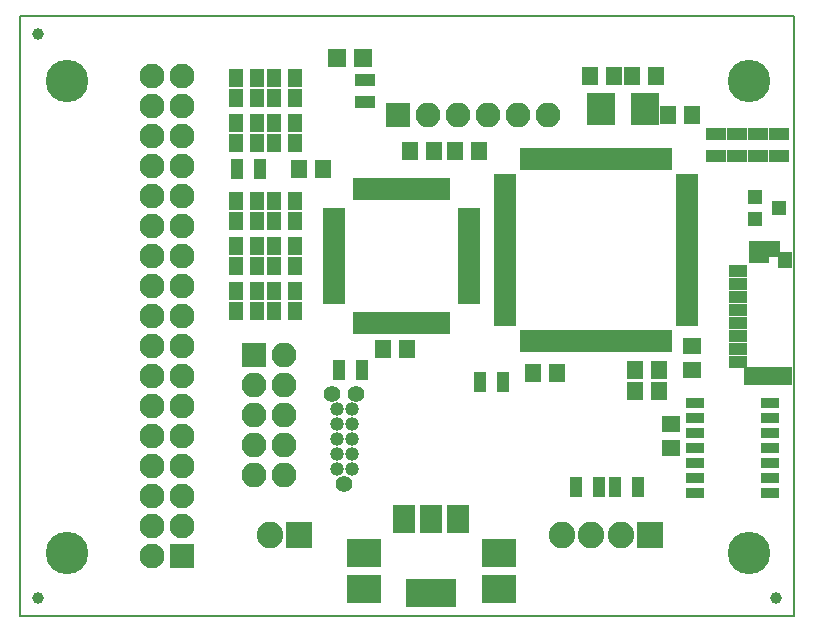
<source format=gbr>
G04 #@! TF.FileFunction,Soldermask,Top*
%FSLAX46Y46*%
G04 Gerber Fmt 4.6, Leading zero omitted, Abs format (unit mm)*
G04 Created by KiCad (PCBNEW 4.0.7) date 05/03/18 17:06:33*
%MOMM*%
%LPD*%
G01*
G04 APERTURE LIST*
%ADD10C,0.100000*%
%ADD11C,0.150000*%
%ADD12R,2.400000X2.800000*%
%ADD13C,3.600000*%
%ADD14R,2.900000X2.350000*%
%ADD15R,1.400000X1.650000*%
%ADD16R,1.650000X1.400000*%
%ADD17R,1.600000X1.600000*%
%ADD18R,1.900000X0.950000*%
%ADD19R,0.950000X1.900000*%
%ADD20R,1.300000X1.200000*%
%ADD21R,1.100000X1.700000*%
%ADD22R,1.700000X1.100000*%
%ADD23R,4.200000X2.400000*%
%ADD24R,1.900000X2.400000*%
%ADD25R,1.543000X0.908000*%
%ADD26R,1.650000X1.000000*%
%ADD27R,4.190000X1.600000*%
%ADD28R,1.800000X1.850000*%
%ADD29R,1.000000X1.400000*%
%ADD30R,1.250000X1.350000*%
%ADD31R,1.900000X0.700000*%
%ADD32R,0.700000X1.900000*%
%ADD33C,1.000000*%
%ADD34R,2.100000X2.100000*%
%ADD35O,2.100000X2.100000*%
%ADD36C,1.390600*%
%ADD37C,1.187400*%
%ADD38R,1.200000X0.900000*%
%ADD39R,1.200000X0.800000*%
%ADD40R,2.250000X2.250000*%
%ADD41C,2.250000*%
%ADD42C,2.100000*%
G04 APERTURE END LIST*
D10*
D11*
X84836000Y-117856000D02*
X84836000Y-67056000D01*
X150368000Y-117856000D02*
X84836000Y-117856000D01*
X150368000Y-67056000D02*
X150368000Y-117856000D01*
X84836000Y-67056000D02*
X150368000Y-67056000D01*
D12*
X134040000Y-74930000D03*
X137740000Y-74930000D03*
D13*
X88773000Y-112522000D03*
X146558000Y-112522000D03*
D14*
X113919000Y-112521000D03*
X113919000Y-115571000D03*
X125349000Y-112521000D03*
X125349000Y-115571000D03*
D15*
X108474000Y-80010000D03*
X110474000Y-80010000D03*
X123682000Y-78486000D03*
X121682000Y-78486000D03*
X117586000Y-95250000D03*
X115586000Y-95250000D03*
X117872000Y-78486000D03*
X119872000Y-78486000D03*
X138922000Y-98806000D03*
X136922000Y-98806000D03*
X128286000Y-97282000D03*
X130286000Y-97282000D03*
X141716000Y-75438000D03*
X139716000Y-75438000D03*
X133112000Y-72136000D03*
X135112000Y-72136000D03*
X138668000Y-72136000D03*
X136668000Y-72136000D03*
X136922000Y-97028000D03*
X138922000Y-97028000D03*
D16*
X139954000Y-101616000D03*
X139954000Y-103616000D03*
D17*
X111676000Y-70612000D03*
X113876000Y-70612000D03*
D18*
X141304000Y-92868000D03*
X141304000Y-92068000D03*
X141304000Y-91268000D03*
X141304000Y-90468000D03*
X141304000Y-89668000D03*
X141304000Y-88868000D03*
X141304000Y-88068000D03*
X141304000Y-87268000D03*
X141304000Y-86468000D03*
X141304000Y-85668000D03*
X141304000Y-84868000D03*
X141304000Y-84068000D03*
X141304000Y-83268000D03*
X141304000Y-82468000D03*
X141304000Y-81668000D03*
X141304000Y-80868000D03*
D19*
X139604000Y-79168000D03*
X138804000Y-79168000D03*
X138004000Y-79168000D03*
X137204000Y-79168000D03*
X136404000Y-79168000D03*
X135604000Y-79168000D03*
X134804000Y-79168000D03*
X134004000Y-79168000D03*
X133204000Y-79168000D03*
X132404000Y-79168000D03*
X131604000Y-79168000D03*
X130804000Y-79168000D03*
X130004000Y-79168000D03*
X129204000Y-79168000D03*
X128404000Y-79168000D03*
X127604000Y-79168000D03*
D18*
X125904000Y-80868000D03*
X125904000Y-81668000D03*
X125904000Y-82468000D03*
X125904000Y-83268000D03*
X125904000Y-84068000D03*
X125904000Y-84868000D03*
X125904000Y-85668000D03*
X125904000Y-86468000D03*
X125904000Y-87268000D03*
X125904000Y-88068000D03*
X125904000Y-88868000D03*
X125904000Y-89668000D03*
X125904000Y-90468000D03*
X125904000Y-91268000D03*
X125904000Y-92068000D03*
X125904000Y-92868000D03*
D19*
X127604000Y-94568000D03*
X128404000Y-94568000D03*
X129204000Y-94568000D03*
X130004000Y-94568000D03*
X130804000Y-94568000D03*
X131604000Y-94568000D03*
X132404000Y-94568000D03*
X133204000Y-94568000D03*
X134004000Y-94568000D03*
X134804000Y-94568000D03*
X135604000Y-94568000D03*
X136404000Y-94568000D03*
X137204000Y-94568000D03*
X138004000Y-94568000D03*
X138804000Y-94568000D03*
X139604000Y-94568000D03*
D20*
X147082000Y-82362000D03*
X147082000Y-84262000D03*
X149082000Y-83312000D03*
D21*
X105090000Y-80010000D03*
X103190000Y-80010000D03*
D22*
X114046000Y-74356000D03*
X114046000Y-72456000D03*
D21*
X113726000Y-97028000D03*
X111826000Y-97028000D03*
D22*
X143764000Y-77028000D03*
X143764000Y-78928000D03*
X147320000Y-77028000D03*
X147320000Y-78928000D03*
X149098000Y-77028000D03*
X149098000Y-78928000D03*
X145542000Y-77028000D03*
X145542000Y-78928000D03*
D23*
X119634000Y-115926000D03*
D24*
X119634000Y-109626000D03*
X117334000Y-109626000D03*
X121934000Y-109626000D03*
D25*
X141986000Y-99822000D03*
X141986000Y-101092000D03*
X141986000Y-102362000D03*
X141986000Y-103632000D03*
X141986000Y-104902000D03*
X141986000Y-106172000D03*
X141986000Y-107442000D03*
X148336000Y-107442000D03*
X148336000Y-106172000D03*
X148336000Y-103632000D03*
X148336000Y-102362000D03*
X148336000Y-101092000D03*
X148336000Y-99822000D03*
X148336000Y-104902000D03*
D13*
X146558000Y-72517000D03*
X88773000Y-72517000D03*
D26*
X145622800Y-88641600D03*
X145622800Y-89741600D03*
X145622800Y-90841600D03*
X145622800Y-91941600D03*
X145622800Y-93041600D03*
X145622800Y-94141600D03*
X145622800Y-95241600D03*
X145622800Y-96341600D03*
D27*
X148122800Y-97491600D03*
D28*
X147372800Y-87016600D03*
D29*
X148622800Y-86791600D03*
D30*
X149597800Y-87716600D03*
D31*
X111394000Y-83626000D03*
X111394000Y-84126000D03*
X111394000Y-84626000D03*
X111394000Y-85126000D03*
X111394000Y-85626000D03*
X111394000Y-86126000D03*
X111394000Y-86626000D03*
X111394000Y-87126000D03*
X111394000Y-87626000D03*
X111394000Y-88126000D03*
X111394000Y-88626000D03*
X111394000Y-89126000D03*
X111394000Y-89626000D03*
X111394000Y-90126000D03*
X111394000Y-90626000D03*
X111394000Y-91126000D03*
D32*
X113344000Y-93076000D03*
X113844000Y-93076000D03*
X114344000Y-93076000D03*
X114844000Y-93076000D03*
X115344000Y-93076000D03*
X115844000Y-93076000D03*
X116344000Y-93076000D03*
X116844000Y-93076000D03*
X117344000Y-93076000D03*
X117844000Y-93076000D03*
X118344000Y-93076000D03*
X118844000Y-93076000D03*
X119344000Y-93076000D03*
X119844000Y-93076000D03*
X120344000Y-93076000D03*
X120844000Y-93076000D03*
D31*
X122794000Y-91126000D03*
X122794000Y-90626000D03*
X122794000Y-90126000D03*
X122794000Y-89626000D03*
X122794000Y-89126000D03*
X122794000Y-88626000D03*
X122794000Y-88126000D03*
X122794000Y-87626000D03*
X122794000Y-87126000D03*
X122794000Y-86626000D03*
X122794000Y-86126000D03*
X122794000Y-85626000D03*
X122794000Y-85126000D03*
X122794000Y-84626000D03*
X122794000Y-84126000D03*
X122794000Y-83626000D03*
D32*
X120844000Y-81676000D03*
X120344000Y-81676000D03*
X119844000Y-81676000D03*
X119344000Y-81676000D03*
X118844000Y-81676000D03*
X118344000Y-81676000D03*
X117844000Y-81676000D03*
X117344000Y-81676000D03*
X116844000Y-81676000D03*
X116344000Y-81676000D03*
X115844000Y-81676000D03*
X115344000Y-81676000D03*
X114844000Y-81676000D03*
X114344000Y-81676000D03*
X113844000Y-81676000D03*
X113344000Y-81676000D03*
D33*
X86360000Y-116332000D03*
X148844000Y-116332000D03*
X86360000Y-68580000D03*
D34*
X104648000Y-95758000D03*
D35*
X107188000Y-95758000D03*
X104648000Y-98298000D03*
X107188000Y-98298000D03*
X104648000Y-100838000D03*
X107188000Y-100838000D03*
X104648000Y-103378000D03*
X107188000Y-103378000D03*
X104648000Y-105918000D03*
X107188000Y-105918000D03*
D36*
X111252000Y-99060000D03*
X113284000Y-99060000D03*
X112268000Y-106680000D03*
D37*
X112903000Y-105410000D03*
X112903000Y-104140000D03*
X112903000Y-102870000D03*
X112903000Y-101600000D03*
X112903000Y-100330000D03*
X111633000Y-100330000D03*
X111633000Y-101600000D03*
X111633000Y-102870000D03*
X111633000Y-104140000D03*
X111633000Y-105410000D03*
D38*
X103113000Y-75762000D03*
D39*
X103113000Y-77362000D03*
X103113000Y-76562000D03*
D38*
X103113000Y-78162000D03*
D39*
X104913000Y-76562000D03*
D38*
X104913000Y-75762000D03*
D39*
X104913000Y-77362000D03*
D38*
X104913000Y-78162000D03*
X108088000Y-78162000D03*
D39*
X108088000Y-76562000D03*
X108088000Y-77362000D03*
D38*
X108088000Y-75762000D03*
D39*
X106288000Y-77362000D03*
D38*
X106288000Y-78162000D03*
D39*
X106288000Y-76562000D03*
D38*
X106288000Y-75762000D03*
X103113000Y-71952000D03*
D39*
X103113000Y-73552000D03*
X103113000Y-72752000D03*
D38*
X103113000Y-74352000D03*
D39*
X104913000Y-72752000D03*
D38*
X104913000Y-71952000D03*
D39*
X104913000Y-73552000D03*
D38*
X104913000Y-74352000D03*
X108088000Y-74352000D03*
D39*
X108088000Y-72752000D03*
X108088000Y-73552000D03*
D38*
X108088000Y-71952000D03*
D39*
X106288000Y-73552000D03*
D38*
X106288000Y-74352000D03*
D39*
X106288000Y-72752000D03*
D38*
X106288000Y-71952000D03*
X103113000Y-86176000D03*
D39*
X103113000Y-87776000D03*
X103113000Y-86976000D03*
D38*
X103113000Y-88576000D03*
D39*
X104913000Y-86976000D03*
D38*
X104913000Y-86176000D03*
D39*
X104913000Y-87776000D03*
D38*
X104913000Y-88576000D03*
X108088000Y-88576000D03*
D39*
X108088000Y-86976000D03*
X108088000Y-87776000D03*
D38*
X108088000Y-86176000D03*
D39*
X106288000Y-87776000D03*
D38*
X106288000Y-88576000D03*
D39*
X106288000Y-86976000D03*
D38*
X106288000Y-86176000D03*
X103113000Y-82366000D03*
D39*
X103113000Y-83966000D03*
X103113000Y-83166000D03*
D38*
X103113000Y-84766000D03*
D39*
X104913000Y-83166000D03*
D38*
X104913000Y-82366000D03*
D39*
X104913000Y-83966000D03*
D38*
X104913000Y-84766000D03*
X108088000Y-84766000D03*
D39*
X108088000Y-83166000D03*
X108088000Y-83966000D03*
D38*
X108088000Y-82366000D03*
D39*
X106288000Y-83966000D03*
D38*
X106288000Y-84766000D03*
D39*
X106288000Y-83166000D03*
D38*
X106288000Y-82366000D03*
X103113000Y-89986000D03*
D39*
X103113000Y-91586000D03*
X103113000Y-90786000D03*
D38*
X103113000Y-92386000D03*
D39*
X104913000Y-90786000D03*
D38*
X104913000Y-89986000D03*
D39*
X104913000Y-91586000D03*
D38*
X104913000Y-92386000D03*
X108088000Y-92386000D03*
D39*
X108088000Y-90786000D03*
X108088000Y-91586000D03*
D38*
X108088000Y-89986000D03*
D39*
X106288000Y-91586000D03*
D38*
X106288000Y-92386000D03*
D39*
X106288000Y-90786000D03*
D38*
X106288000Y-89986000D03*
D40*
X108458000Y-110998000D03*
D41*
X105958000Y-110998000D03*
D34*
X98552000Y-112776000D03*
D42*
X96012000Y-112776000D03*
X98552000Y-110236000D03*
X96012000Y-110236000D03*
X98552000Y-107696000D03*
X96012000Y-107696000D03*
X98552000Y-105156000D03*
X96012000Y-105156000D03*
X98552000Y-102616000D03*
X96012000Y-102616000D03*
X98552000Y-100076000D03*
X96012000Y-100076000D03*
X98552000Y-97536000D03*
X96012000Y-97536000D03*
X98552000Y-94996000D03*
X96012000Y-94996000D03*
X98552000Y-92456000D03*
X96012000Y-92456000D03*
X98552000Y-89916000D03*
X96012000Y-89916000D03*
X98552000Y-87376000D03*
X96012000Y-87376000D03*
X98552000Y-84836000D03*
X96012000Y-84836000D03*
X98552000Y-82296000D03*
X96012000Y-82296000D03*
X98552000Y-79756000D03*
X96012000Y-79756000D03*
X98552000Y-77216000D03*
X96012000Y-77216000D03*
X98552000Y-74676000D03*
X96012000Y-74676000D03*
X98552000Y-72136000D03*
X96012000Y-72136000D03*
D34*
X116840000Y-75438000D03*
D35*
X119380000Y-75438000D03*
X121920000Y-75438000D03*
X124460000Y-75438000D03*
X127000000Y-75438000D03*
X129540000Y-75438000D03*
D16*
X141732000Y-95012000D03*
X141732000Y-97012000D03*
D40*
X138176000Y-110998000D03*
D41*
X135676000Y-110998000D03*
X133176000Y-110998000D03*
X130676000Y-110998000D03*
D21*
X135194000Y-106934000D03*
X137094000Y-106934000D03*
X133792000Y-106934000D03*
X131892000Y-106934000D03*
X125664000Y-98044000D03*
X123764000Y-98044000D03*
M02*

</source>
